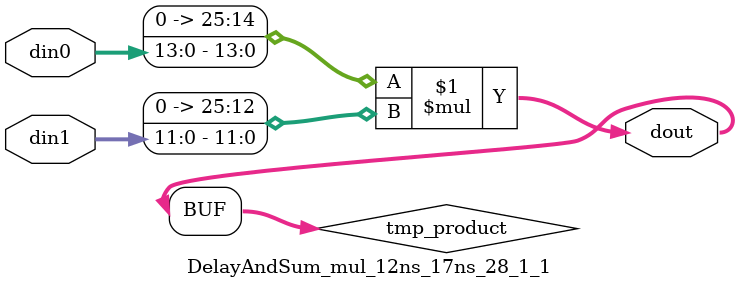
<source format=v>

`timescale 1 ns / 1 ps

 module DelayAndSum_mul_12ns_17ns_28_1_1(din0, din1, dout);
parameter ID = 1;
parameter NUM_STAGE = 0;
parameter din0_WIDTH = 14;
parameter din1_WIDTH = 12;
parameter dout_WIDTH = 26;

input [din0_WIDTH - 1 : 0] din0; 
input [din1_WIDTH - 1 : 0] din1; 
output [dout_WIDTH - 1 : 0] dout;

wire signed [dout_WIDTH - 1 : 0] tmp_product;
























assign tmp_product = $signed({1'b0, din0}) * $signed({1'b0, din1});











assign dout = tmp_product;





















endmodule

</source>
